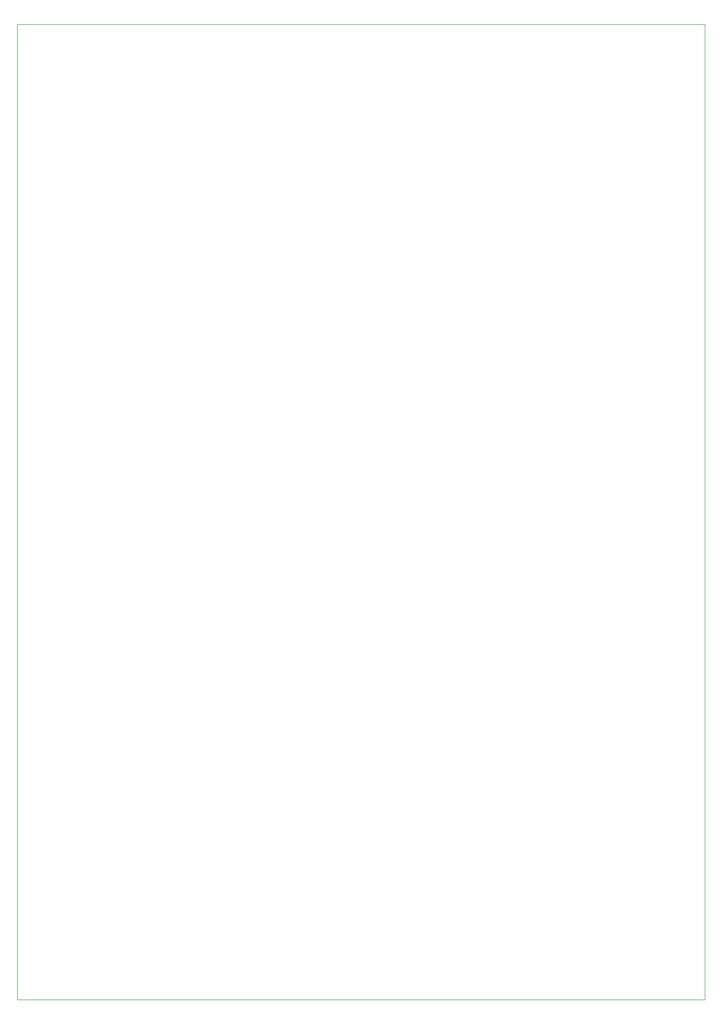
<source format=gbr>
G04 #@! TF.GenerationSoftware,KiCad,Pcbnew,(5.1.8)-1*
G04 #@! TF.CreationDate,2022-05-28T15:46:18-06:00*
G04 #@! TF.ProjectId,Multi,4d756c74-692e-46b6-9963-61645f706362,rev?*
G04 #@! TF.SameCoordinates,Original*
G04 #@! TF.FileFunction,Profile,NP*
%FSLAX46Y46*%
G04 Gerber Fmt 4.6, Leading zero omitted, Abs format (unit mm)*
G04 Created by KiCad (PCBNEW (5.1.8)-1) date 2022-05-28 15:46:18*
%MOMM*%
%LPD*%
G01*
G04 APERTURE LIST*
G04 #@! TA.AperFunction,Profile*
%ADD10C,0.050000*%
G04 #@! TD*
G04 APERTURE END LIST*
D10*
X20066000Y-191262000D02*
X141986000Y-191262000D01*
X141986000Y-18542000D02*
X20066000Y-18542000D01*
X141986000Y-18542000D02*
X141986000Y-191262000D01*
X20066000Y-18542000D02*
X20066000Y-191262000D01*
M02*

</source>
